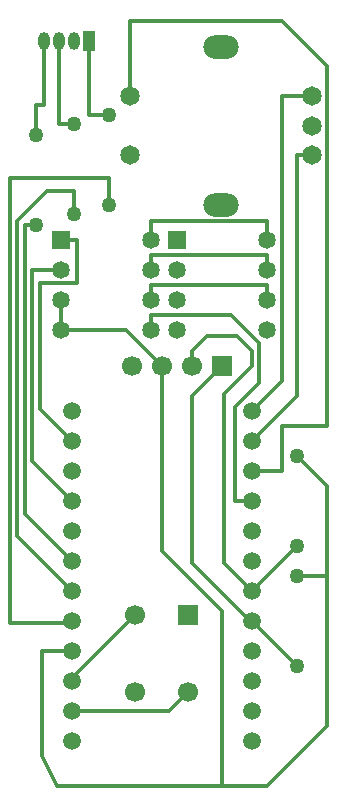
<source format=gbr>
G04 DipTrace 3.3.0.0*
G04 Top.gbr*
%MOIN*%
G04 #@! TF.FileFunction,Copper,L1,Top*
G04 #@! TF.Part,Single*
G04 #@! TA.AperFunction,Conductor*
%ADD14C,0.012992*%
G04 #@! TA.AperFunction,ComponentPad*
%ADD15C,0.059055*%
%ADD16R,0.066929X0.066929*%
%ADD17C,0.066929*%
%ADD18C,0.05*%
%ADD19C,0.05*%
%ADD20C,0.064961*%
%ADD21O,0.11811X0.07874*%
%ADD22O,0.03937X0.059055*%
%ADD23R,0.041339X0.066929*%
%ADD25R,0.0585X0.0585*%
%ADD26C,0.0585*%
%FSLAX26Y26*%
G04*
G70*
G90*
G75*
G01*
G04 Top*
%LPD*%
X1393701Y893701D2*
D14*
X1243701Y1043701D1*
X1237451D1*
X1043701Y1237451D1*
Y1793701D1*
X1143701Y1893701D1*
X1393701Y1293701D2*
X1243701Y1143701D1*
X1043701Y1893701D2*
Y1943701D1*
X1093701Y1993701D1*
X1193701D1*
X1243701Y1943701D1*
Y1893701D1*
X1150182Y1800182D1*
Y1237219D1*
X1243701Y1143701D1*
X1393701Y1193701D2*
X1493701D1*
Y1493701D1*
X1393701Y1593701D1*
X1493701Y1493701D2*
Y693701D1*
X1293701Y493701D1*
X1143701D1*
X593701D1*
X543701Y593701D1*
Y943701D1*
X643701D1*
X943701Y1893701D2*
Y1274951D1*
X1143701Y1074951D1*
Y493701D1*
X606201Y2112451D2*
Y2012451D1*
X824950D1*
X943701Y1893701D1*
X906201Y2212451D2*
Y2262451D1*
X1293701D1*
Y2212451D1*
X549950Y2974950D2*
Y2762451D1*
X524950D1*
Y2662451D1*
X599950Y2974950D2*
Y2699950D1*
X649950D1*
X699950Y2974950D2*
Y2731201D1*
X768701D1*
X906201Y2312451D2*
Y2374950D1*
X1293701D1*
Y2312451D1*
X643701Y743701D2*
X968356D1*
X1031201Y806546D1*
X768701Y2431201D2*
Y2518701D1*
X437451D1*
Y1037450D1*
X637450D1*
X643701Y1043701D1*
X649950Y2399951D2*
Y2474950D1*
X562450D1*
X462450Y2374950D1*
Y1324951D1*
X643701Y1143701D1*
X524950Y2362451D2*
X487450D1*
Y1399951D1*
X643701Y1243701D1*
X837402Y2792126D2*
Y3043701D1*
X1343701D1*
X1493701Y2893701D1*
Y1693701D1*
X1343701D1*
Y1543701D1*
X1243701D1*
X1443701Y2792126D2*
X1343701D1*
Y1843701D1*
X1243701Y1743701D1*
X1443701Y2595276D2*
X1393701D1*
Y1793701D1*
X1243701Y1643701D1*
X606201Y2212451D2*
X512450D1*
Y1574951D1*
X643701Y1443701D1*
X606201Y2312451D2*
X662450D1*
Y2168701D1*
X537450D1*
Y1749951D1*
X643701Y1643701D1*
X906201Y2112451D2*
Y2162451D1*
X1293701D1*
Y2112451D1*
X1243701Y1443701D2*
X1187450D1*
Y1756199D1*
X1268701Y1837450D1*
Y1968701D1*
X1174950Y2062451D1*
X906201D1*
Y2012451D1*
X643701Y843701D2*
Y852115D1*
X854035Y1062451D1*
D15*
X643701Y643701D3*
Y743701D3*
Y843701D3*
Y943701D3*
Y1043701D3*
Y1143701D3*
Y1243701D3*
Y1343701D3*
Y1443701D3*
Y1543701D3*
Y1643701D3*
Y1743701D3*
X1243701Y643701D3*
Y743701D3*
Y843701D3*
Y943701D3*
Y1043701D3*
Y1143701D3*
Y1243701D3*
Y1343701D3*
Y1443701D3*
Y1543701D3*
Y1643701D3*
Y1743701D3*
D16*
X1143701Y1893701D3*
D17*
X1043701D3*
X943701D3*
X843701D3*
D18*
X768701Y2731201D3*
D19*
Y2431201D3*
D18*
X649950Y2699951D3*
D19*
Y2399951D3*
D18*
X524950Y2662451D3*
D19*
Y2362451D3*
D18*
X1393701Y893701D3*
D19*
Y1193701D3*
D18*
Y1293701D3*
D19*
Y1593701D3*
D20*
X1443701Y2693701D3*
Y2792126D3*
Y2595276D3*
X837402D3*
Y2792126D3*
D21*
X1140551Y2957480D3*
Y2429921D3*
D22*
X549950Y2974950D3*
X649950D3*
D23*
X699950D3*
D22*
X599950D3*
D25*
X993701Y2312451D3*
D26*
Y2212451D3*
Y2112451D3*
Y2012451D3*
X1293701D3*
Y2112451D3*
Y2212451D3*
Y2312451D3*
D25*
X606201D3*
D26*
Y2212451D3*
Y2112451D3*
Y2012451D3*
X906201D3*
Y2112451D3*
Y2212451D3*
Y2312451D3*
D16*
X1031201Y1062451D3*
D17*
X854035D3*
Y806546D3*
X1031201D3*
M02*

</source>
